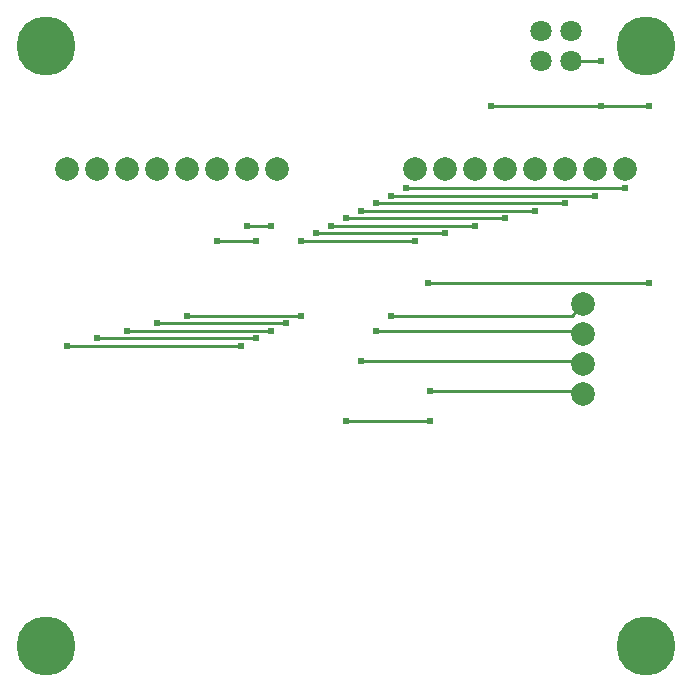
<source format=gbl>
G04 Layer: BottomLayer*
G04 EasyEDA v6.5.29, 2023-07-18 11:26:45*
G04 0e0841ef75bd4e45b21b8c444bb64f86,5a6b42c53f6a479593ecc07194224c93,10*
G04 Gerber Generator version 0.2*
G04 Scale: 100 percent, Rotated: No, Reflected: No *
G04 Dimensions in millimeters *
G04 leading zeros omitted , absolute positions ,4 integer and 5 decimal *
%FSLAX45Y45*%
%MOMM*%

%ADD10C,0.2540*%
%ADD11C,5.0000*%
%ADD12C,2.0000*%
%ADD13C,1.8000*%
%ADD14C,0.6096*%

%LPD*%
D10*
X3613000Y3454400D02*
G01*
X5486400Y3454400D01*
X5486400Y4953000D02*
G01*
X5080000Y4953000D01*
X4149090Y4953000D02*
G01*
X5080000Y4953000D01*
X3632200Y2540000D02*
G01*
X4903393Y2540000D01*
X4931206Y2512187D01*
X3048000Y2794000D02*
G01*
X4903393Y2794000D01*
X4931206Y2766187D01*
X3175000Y3048000D02*
G01*
X4903393Y3048000D01*
X4931206Y3020187D01*
X5031991Y4191000D02*
G01*
X3302000Y4191000D01*
X4777991Y4127500D02*
G01*
X3175000Y4127500D01*
X4523991Y4064000D02*
G01*
X3048000Y4064000D01*
X4269991Y4000500D02*
G01*
X2921000Y4000500D01*
X4015991Y3937000D02*
G01*
X2794000Y3937000D01*
X3761991Y3873500D02*
G01*
X2667000Y3873500D01*
X5285991Y4254500D02*
G01*
X3429000Y4254500D01*
X1577596Y3175000D02*
G01*
X2540000Y3175000D01*
X1323596Y3111500D02*
G01*
X2413000Y3111500D01*
X1069596Y3048000D02*
G01*
X2286000Y3048000D01*
X815596Y2984500D02*
G01*
X2159000Y2984500D01*
X561596Y2921000D02*
G01*
X2032000Y2921000D01*
X1831596Y3810000D02*
G01*
X2159000Y3810000D01*
X3507991Y3810000D02*
G01*
X2540000Y3810000D01*
X2921000Y2286000D02*
G01*
X3632200Y2286000D01*
X4826000Y5334000D02*
G01*
X5080000Y5334000D01*
X3302000Y3175000D02*
G01*
X4832019Y3175000D01*
X4931206Y3274187D01*
X2286000Y3937000D02*
G01*
X2082800Y3937000D01*
D11*
G01*
X5461000Y381000D03*
G01*
X381000Y381000D03*
G01*
X381000Y5461000D03*
G01*
X5461000Y5461000D03*
D12*
G01*
X4931206Y2512187D03*
G01*
X4931206Y2766187D03*
G01*
X4931206Y3020187D03*
G01*
X3507993Y4423206D03*
G01*
X3761993Y4423206D03*
G01*
X4015993Y4423206D03*
G01*
X4269993Y4423206D03*
G01*
X4523993Y4423206D03*
G01*
X4777993Y4423206D03*
G01*
X5031993Y4423206D03*
G01*
X5285993Y4423206D03*
G01*
X2339593Y4423206D03*
G01*
X2085593Y4423206D03*
G01*
X1831594Y4423206D03*
G01*
X1577594Y4423206D03*
G01*
X1323594Y4423206D03*
G01*
X1069594Y4423206D03*
G01*
X815594Y4423206D03*
G01*
X561594Y4423206D03*
D13*
G01*
X4826000Y5588000D03*
G01*
X4826000Y5334000D03*
G01*
X4572000Y5334000D03*
G01*
X4572000Y5588000D03*
D12*
G01*
X4931206Y3274187D03*
D14*
G01*
X3302000Y3175000D03*
G01*
X3175000Y3048000D03*
G01*
X3048000Y2794000D03*
G01*
X3632200Y2540000D03*
G01*
X5031993Y4191000D03*
G01*
X3302000Y4191000D03*
G01*
X4777993Y4127500D03*
G01*
X3175000Y4127500D03*
G01*
X4523993Y4064000D03*
G01*
X3048000Y4064000D03*
G01*
X4269993Y4000500D03*
G01*
X2921000Y4000500D03*
G01*
X4015993Y3937000D03*
G01*
X2794000Y3937000D03*
G01*
X3761993Y3873500D03*
G01*
X2667000Y3873500D03*
G01*
X5285993Y4254500D03*
G01*
X3429000Y4254500D03*
G01*
X1577594Y3175000D03*
G01*
X2540000Y3175000D03*
G01*
X1323594Y3111500D03*
G01*
X2413000Y3111500D03*
G01*
X1069594Y3048000D03*
G01*
X2286000Y3048000D03*
G01*
X815594Y2984500D03*
G01*
X2159000Y2984500D03*
G01*
X561594Y2921000D03*
G01*
X2032000Y2921000D03*
G01*
X1831594Y3810000D03*
G01*
X2159000Y3810000D03*
G01*
X5080000Y4953000D03*
G01*
X3507993Y3810000D03*
G01*
X2540000Y3810000D03*
G01*
X2921000Y2286000D03*
G01*
X3632200Y2286000D03*
G01*
X4149090Y4953000D03*
G01*
X5080000Y5334000D03*
G01*
X2286000Y3937000D03*
G01*
X2082800Y3937000D03*
G01*
X5486400Y4953000D03*
G01*
X3612997Y3454400D03*
G01*
X5486400Y3454400D03*
M02*

</source>
